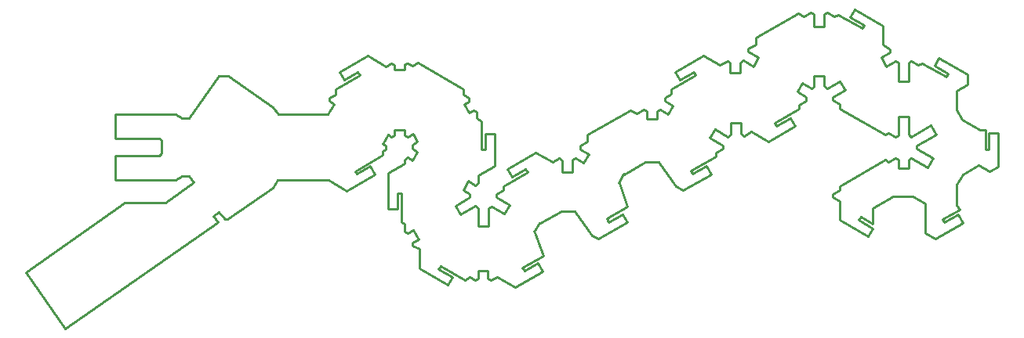
<source format=gbr>
G04 #@! TF.GenerationSoftware,KiCad,Pcbnew,(5.1.10)-1*
G04 #@! TF.CreationDate,2021-06-26T09:27:45-04:00*
G04 #@! TF.ProjectId,Main,4d61696e-2e6b-4696-9361-645f70636258,5*
G04 #@! TF.SameCoordinates,Original*
G04 #@! TF.FileFunction,Profile,NP*
%FSLAX46Y46*%
G04 Gerber Fmt 4.6, Leading zero omitted, Abs format (unit mm)*
G04 Created by KiCad (PCBNEW (5.1.10)-1) date 2021-06-26 09:27:45*
%MOMM*%
%LPD*%
G01*
G04 APERTURE LIST*
G04 #@! TA.AperFunction,Profile*
%ADD10C,0.250000*%
G04 #@! TD*
G04 APERTURE END LIST*
D10*
X122910000Y-98430495D02*
X122910000Y-97894226D01*
X122270000Y-98800000D02*
X122910000Y-98430495D01*
X122270000Y-99158231D02*
X122270000Y-98800000D01*
X122784974Y-99455551D02*
X122270000Y-99158231D01*
X122124226Y-100600000D02*
X122784974Y-99455551D01*
X132000000Y-115173046D02*
X132000000Y-117283811D01*
X131210000Y-114804663D02*
X132000000Y-115173046D01*
X131210000Y-114476824D02*
X131210000Y-114804663D01*
X131881182Y-114089317D02*
X131210000Y-114476824D01*
X131299724Y-113082202D02*
X131881182Y-114089317D01*
X130683205Y-113438149D02*
X131299724Y-113082202D01*
X130360000Y-113251546D02*
X130683205Y-113438149D01*
X130360000Y-112423619D02*
X130360000Y-113251546D01*
X130006883Y-112219747D02*
X130360000Y-112423619D01*
X177360000Y-109955692D02*
X177360000Y-112005773D01*
X176650000Y-109545773D02*
X177360000Y-109955692D01*
X176650000Y-109204144D02*
X176650000Y-109545773D01*
X177350000Y-108800000D02*
X176650000Y-109204144D01*
X177350000Y-108350000D02*
X177350000Y-108800000D01*
X158800599Y-100556867D02*
X159350456Y-99604486D01*
X149390000Y-104355773D02*
X150262409Y-104859458D01*
X164000000Y-104748786D02*
X164000000Y-105121961D01*
X164760000Y-104310000D02*
X164000000Y-104748786D01*
X164760000Y-103919835D02*
X164760000Y-104310000D01*
X163339116Y-103099488D02*
X164760000Y-103919835D01*
X165590000Y-102818858D02*
X165285877Y-102994443D01*
X165590000Y-101510000D02*
X165590000Y-102818858D01*
X167013614Y-102945555D02*
X166710000Y-102734335D01*
X167829323Y-102474605D02*
X167013614Y-102945555D01*
X169634833Y-103517017D02*
X167829323Y-102474605D01*
X172990000Y-99531465D02*
X172990000Y-99958149D01*
X173730000Y-99104226D02*
X172990000Y-99531465D01*
X173730000Y-98678480D02*
X173730000Y-99104226D01*
X172784274Y-98132465D02*
X173730000Y-98678480D01*
X174600000Y-97599998D02*
X174352415Y-97742941D01*
X175700000Y-97555245D02*
X175700000Y-96400000D01*
X176056817Y-97761253D02*
X175700000Y-97555245D01*
X176580000Y-99039667D02*
X176580000Y-98711547D01*
X177360000Y-99490000D02*
X176580000Y-99039667D01*
X177360000Y-99970132D02*
X177360000Y-99490000D01*
X182641260Y-102573486D02*
X182255203Y-102796376D01*
X183369669Y-102994034D02*
X182641260Y-102573486D01*
X183710000Y-102835336D02*
X183369669Y-102994034D01*
X185110773Y-103017493D02*
X184790000Y-102794338D01*
X185660000Y-104326541D02*
X185660000Y-104003094D01*
X187444526Y-105356837D02*
X185660000Y-104326541D01*
X185097223Y-105292623D02*
X186885506Y-106325088D01*
X184800000Y-105464226D02*
X185097223Y-105292623D01*
X184800000Y-106390000D02*
X184800000Y-105464226D01*
X183690000Y-105473203D02*
X183690000Y-106390000D01*
X183353702Y-105316385D02*
X183690000Y-105473203D01*
X182629176Y-105734690D02*
X183353702Y-105316385D01*
X182254511Y-105518378D02*
X182629176Y-105734690D01*
X185862381Y-95260160D02*
X186251891Y-95035277D01*
X185098563Y-94819170D02*
X185862381Y-95260160D01*
X184800000Y-94991546D02*
X185098563Y-94819170D01*
X183384968Y-94801318D02*
X183710000Y-94988975D01*
X182398857Y-95370650D02*
X183384968Y-94801318D01*
X182820000Y-93870000D02*
X181854342Y-94427522D01*
X182820000Y-93516106D02*
X182820000Y-93870000D01*
X182041025Y-93066365D02*
X182820000Y-93516106D01*
X182041025Y-90980400D02*
X182041025Y-93066365D01*
X176768720Y-90026500D02*
X177184210Y-89786616D01*
X176035216Y-89603011D02*
X176768720Y-90026500D01*
X175700000Y-89759326D02*
X176035216Y-89603011D01*
X175700000Y-91100000D02*
X175700000Y-89759326D01*
X174620000Y-89748541D02*
X174620000Y-91100000D01*
X174267523Y-89584178D02*
X174620000Y-89748541D01*
X173511759Y-90020519D02*
X174267523Y-89584178D01*
X172879967Y-89655754D02*
X173511759Y-90020519D01*
X168310000Y-93028120D02*
X168310000Y-92294226D01*
X167510000Y-93490000D02*
X168310000Y-93028120D01*
X167510000Y-93828005D02*
X167510000Y-93490000D01*
X168559297Y-94433817D02*
X167510000Y-93828005D01*
X166979544Y-94769737D02*
X168018902Y-95369810D01*
X166660000Y-94954226D02*
X166979544Y-94769737D01*
X166660000Y-96090000D02*
X166660000Y-94954226D01*
X165560000Y-94988976D02*
X165560000Y-96090000D01*
X165252023Y-94811165D02*
X165560000Y-94988976D01*
X164450656Y-95273835D02*
X165252023Y-94811165D01*
X162676135Y-94249315D02*
X164450656Y-95273835D01*
X159190000Y-98355855D02*
X159190000Y-97874225D01*
X158480000Y-98765773D02*
X159190000Y-98355855D01*
X158480000Y-99101929D02*
X158480000Y-98765773D01*
X159350456Y-99604486D02*
X158480000Y-99101929D01*
X157950330Y-100065964D02*
X158800599Y-100556867D01*
X157620000Y-100220000D02*
X157950330Y-100065964D01*
X157620000Y-101110000D02*
X157620000Y-100220000D01*
X156510000Y-100238540D02*
X156510000Y-101110000D01*
X156172637Y-100081225D02*
X156510000Y-100238540D01*
X155439009Y-100504786D02*
X156172637Y-100081225D01*
X154764897Y-100115587D02*
X155439009Y-100504786D01*
X150150000Y-102780000D02*
X150150000Y-103551214D01*
X149390000Y-103990000D02*
X150150000Y-103551214D01*
X149390000Y-104355773D02*
X149390000Y-103990000D01*
X148812224Y-105315510D02*
X149702386Y-105829445D01*
X148530000Y-105478452D02*
X148812224Y-105315510D01*
X148530000Y-106830000D02*
X148530000Y-105478452D01*
X147440000Y-105537843D02*
X147440000Y-106830000D01*
X147101043Y-105342146D02*
X147440000Y-105537843D01*
X146361714Y-105768998D02*
X147101043Y-105342146D01*
X144517552Y-104704271D02*
X146361714Y-105768998D01*
X140336760Y-118172353D02*
X142290491Y-119300341D01*
X139698554Y-118540822D02*
X140336760Y-118172353D01*
X139400000Y-118368452D02*
X139698554Y-118540822D01*
X139400000Y-117470000D02*
X139400000Y-118368452D01*
X138330000Y-118313689D02*
X138330000Y-117470000D01*
X137983457Y-118513764D02*
X138330000Y-118313689D01*
X137431146Y-118194888D02*
X137983457Y-118513764D01*
X136901376Y-118500752D02*
X137431146Y-118194888D01*
X141070100Y-108761155D02*
X141033928Y-108347715D01*
X140300000Y-109205773D02*
X141070100Y-108761155D01*
X140300000Y-109571706D02*
X140300000Y-109205773D01*
X141725683Y-110394825D02*
X140300000Y-109571706D01*
X141171400Y-111354872D02*
X141725683Y-110394825D01*
X139775443Y-110548916D02*
X141171400Y-111354872D01*
X139450000Y-110700673D02*
X139775443Y-110548916D01*
X139450000Y-112710000D02*
X139450000Y-110700673D01*
X138340000Y-112710000D02*
X139450000Y-112710000D01*
X138340000Y-110710522D02*
X138340000Y-112710000D01*
X138013074Y-110521771D02*
X138340000Y-110710522D01*
X136418366Y-111442476D02*
X138013074Y-110521771D01*
X135874128Y-110499829D02*
X136418366Y-111442476D01*
X137450000Y-109590000D02*
X135874128Y-110499829D01*
X137450000Y-109217236D02*
X137450000Y-109590000D01*
X136702468Y-108785648D02*
X137450000Y-109217236D01*
X137265624Y-107810234D02*
X136702468Y-108785648D01*
X138010455Y-108240262D02*
X137265624Y-107810234D01*
X138330000Y-108055773D02*
X138010455Y-108240262D01*
X138330000Y-107203782D02*
X138330000Y-108055773D01*
X140100000Y-106181873D02*
X138330000Y-107203782D01*
X131250000Y-104300000D02*
X131780557Y-104606317D01*
X128390000Y-103995773D02*
X128007227Y-103774779D01*
X130350000Y-105894226D02*
X128590000Y-106910362D01*
X130350000Y-105466286D02*
X130350000Y-105894226D01*
X130703844Y-105261994D02*
X130350000Y-105466286D01*
X131227463Y-105564305D02*
X130703844Y-105261994D01*
X131250000Y-103864426D02*
X131250000Y-104300000D01*
X131276057Y-102723175D02*
X131763719Y-103567830D01*
X130390000Y-102871546D02*
X130704536Y-103053143D01*
X130390000Y-102230000D02*
X130390000Y-102871546D01*
X129280000Y-102861009D02*
X129280000Y-102230000D01*
X128977839Y-103035461D02*
X129280000Y-102861009D01*
X128570014Y-102800004D02*
X128977839Y-103035461D01*
X128007227Y-103774779D02*
X128570014Y-102800004D01*
X128390000Y-104344833D02*
X128390000Y-103995773D01*
X127990000Y-104575773D02*
X128390000Y-104344833D01*
X127990000Y-105010000D02*
X127990000Y-104575773D01*
X138160000Y-101000000D02*
X138693834Y-101308209D01*
X138160000Y-100334749D02*
X138160000Y-101000000D01*
X137837477Y-100148540D02*
X138160000Y-100334749D01*
X137365016Y-100421316D02*
X137837477Y-100148540D01*
X136808756Y-99457846D02*
X137365016Y-100421316D01*
X137290000Y-99180000D02*
X136808756Y-99457846D01*
X137290000Y-98820636D02*
X137290000Y-99180000D01*
X136710000Y-98485773D02*
X137290000Y-98820636D01*
X136710000Y-97839149D02*
X136710000Y-98485773D01*
X131243458Y-95347991D02*
X131819323Y-95015515D01*
X130715862Y-95043384D02*
X131243458Y-95347991D01*
X130390000Y-95195336D02*
X130715862Y-95043384D01*
X130390000Y-95740000D02*
X130390000Y-95195336D01*
X129270000Y-95740000D02*
X130390000Y-95740000D01*
X129270000Y-95214748D02*
X129270000Y-95740000D01*
X128958101Y-95034674D02*
X129270000Y-95214748D01*
X128373597Y-95372137D02*
X128958101Y-95034674D01*
X126423596Y-94246303D02*
X128373597Y-95372137D01*
X183690000Y-106390000D02*
X184800000Y-106390000D01*
X165560000Y-96090000D02*
X166660000Y-96090000D01*
X153489296Y-107993815D02*
X153542534Y-108024551D01*
X154040575Y-107038973D02*
X153489296Y-107993815D01*
X154110853Y-107071745D02*
X154040575Y-107038973D01*
X144935779Y-112312689D02*
X145043463Y-112362902D01*
X144361505Y-113307360D02*
X144935779Y-112312689D01*
X144464228Y-113366667D02*
X144361505Y-113307360D01*
X131780557Y-104606317D02*
X131227463Y-105564305D01*
X131763719Y-103567830D02*
X131250000Y-103864426D01*
X130704536Y-103053143D02*
X131276057Y-102723175D01*
X129280000Y-102230000D02*
X130390000Y-102230000D01*
X110994452Y-111936111D02*
X111242635Y-111936111D01*
X109689455Y-111595515D02*
X110235729Y-112246539D01*
X110331456Y-111145982D02*
X109689455Y-111595515D01*
X110331456Y-111145982D02*
X110994452Y-111936111D01*
X107078390Y-107300000D02*
X107647754Y-107978541D01*
X100191407Y-110150000D02*
X89454537Y-117668036D01*
X104546589Y-110150000D02*
X100191407Y-110150000D01*
X107647754Y-107978541D02*
X104546589Y-110150000D01*
X186600000Y-110251851D02*
X186600000Y-113419999D01*
X185280435Y-109490000D02*
X186600000Y-110251851D01*
X180953193Y-112439163D02*
X179618454Y-111668551D01*
X180953193Y-110757912D02*
X180953193Y-112439163D01*
X183149282Y-109490000D02*
X180953193Y-110757912D01*
X183149282Y-109490000D02*
X185280435Y-109490000D01*
X128590000Y-106910362D02*
X128590000Y-110850000D01*
X127990000Y-105010000D02*
X125016716Y-106726625D01*
X126686909Y-106191448D02*
X125202526Y-107048457D01*
X125202526Y-107048457D02*
X125016716Y-106726625D01*
X129602198Y-110850000D02*
X129602198Y-109130288D01*
X130006883Y-112219747D02*
X130006883Y-109130288D01*
X129602198Y-109130288D02*
X130006883Y-109130288D01*
X136901376Y-118500752D02*
X134247063Y-116968284D01*
X134044724Y-117318743D02*
X134247063Y-116968284D01*
X135538324Y-118181073D02*
X134044724Y-117318743D01*
X180892198Y-112897537D02*
X179404724Y-112038743D01*
X179404724Y-112038743D02*
X179618454Y-111668551D01*
X145377896Y-115876949D02*
X143116914Y-117182328D01*
X143322525Y-117538457D02*
X143116914Y-117182328D01*
X144807689Y-116680997D02*
X143322525Y-117538457D01*
X152422525Y-112238457D02*
X152210084Y-111870499D01*
X153907689Y-111380997D02*
X152422525Y-112238457D01*
X154467892Y-110566953D02*
X152210084Y-111870499D01*
X161472525Y-107048457D02*
X161270196Y-106698013D01*
X164000000Y-105121961D02*
X161270196Y-106698013D01*
X162960479Y-106189386D02*
X161472525Y-107048457D01*
X172032981Y-100977941D02*
X170542525Y-101838457D01*
X170542525Y-101838457D02*
X170340196Y-101488013D01*
X172990000Y-99958149D02*
X170340196Y-101488013D01*
X190287913Y-110881168D02*
X188455168Y-111939303D01*
X190151372Y-111438870D02*
X188662524Y-112298456D01*
X188662524Y-112298456D02*
X188455168Y-111939303D01*
X139098520Y-102650000D02*
X139098520Y-104367752D01*
X138693834Y-101308209D02*
X138693834Y-104367752D01*
X139098520Y-104367752D02*
X138693834Y-104367752D01*
X193080000Y-102250000D02*
X193080000Y-104357752D01*
X193498520Y-104357752D02*
X193080000Y-104357752D01*
X193498520Y-102637436D02*
X193498520Y-104357752D01*
X186251891Y-95035277D02*
X188874824Y-96549628D01*
X189077170Y-96199154D02*
X188874824Y-96549628D01*
X187588142Y-95339464D02*
X189077170Y-96199154D01*
X180007170Y-90949154D02*
X179804824Y-91299629D01*
X178514392Y-90087298D02*
X180007170Y-90949154D01*
X177184210Y-89786616D02*
X179804824Y-91299629D01*
X160121301Y-96869213D02*
X161608315Y-96010686D01*
X161608315Y-96010686D02*
X161810672Y-96361179D01*
X159190000Y-97874225D02*
X161810672Y-96361179D01*
X141969135Y-107340464D02*
X143458315Y-106480686D01*
X143458315Y-106480686D02*
X143660666Y-106831168D01*
X141033928Y-108347715D02*
X143660666Y-106831168D01*
X123841330Y-96889197D02*
X125328315Y-96030686D01*
X125328315Y-96030686D02*
X125530672Y-96381181D01*
X107078390Y-107300000D02*
X106350000Y-107300000D01*
X106350000Y-107300000D02*
X105657178Y-107700000D01*
X105657178Y-107700000D02*
X99150000Y-107700000D01*
X105647178Y-100600000D02*
X99140000Y-100600000D01*
X106340000Y-101000000D02*
X105647178Y-100600000D01*
X107129045Y-101000000D02*
X106340000Y-101000000D01*
X193533236Y-106787589D02*
X192353208Y-106106300D01*
X190001621Y-108194551D02*
X190001621Y-110385296D01*
X190001621Y-110385296D02*
X190287913Y-110881168D01*
X192353208Y-106106300D02*
X190634305Y-107098708D01*
X190634305Y-107098708D02*
X190001621Y-108194551D01*
X194513208Y-106221803D02*
X193533236Y-106787589D01*
X192509898Y-102250000D02*
X193080000Y-102250000D01*
X190612724Y-101154666D02*
X192509898Y-102250000D01*
X189980000Y-100058756D02*
X190612724Y-101154666D01*
X189980000Y-98073952D02*
X189980000Y-100058756D01*
X191160000Y-97392679D02*
X189980000Y-98073952D01*
X191160000Y-96260399D02*
X191160000Y-97392679D01*
X186600000Y-113419999D02*
X187666139Y-114035534D01*
X150602938Y-113691987D02*
X151263754Y-114073510D01*
X148767002Y-111070000D02*
X150602938Y-113691987D01*
X144464228Y-113366667D02*
X145377896Y-115876949D01*
X159692938Y-108381987D02*
X160437094Y-108811626D01*
X157850000Y-105750000D02*
X159692938Y-108381987D01*
X153542534Y-108024551D02*
X154467892Y-110566953D01*
X156400182Y-105750000D02*
X157850000Y-105750000D01*
X154110853Y-107071745D02*
X156400182Y-105750000D01*
X147282836Y-111070000D02*
X148767002Y-111070000D01*
X145043463Y-112362902D02*
X147282836Y-111070000D01*
X122910000Y-97894226D02*
X125530672Y-96381181D01*
X93744069Y-123794124D02*
X89454537Y-117668036D01*
X110235729Y-112246539D02*
X93744069Y-123794124D01*
X110350000Y-96400000D02*
X107129045Y-101000000D01*
X111312690Y-96400000D02*
X110350000Y-96400000D01*
X116180202Y-99786244D02*
X111312690Y-96400000D01*
X116750000Y-100600000D02*
X116180202Y-99786244D01*
X99140000Y-103180000D02*
X99140000Y-100600000D01*
X116137320Y-108508815D02*
X111242635Y-111936111D01*
X116700000Y-107700000D02*
X116137320Y-108508815D01*
X103870000Y-105080000D02*
X104100000Y-104850000D01*
X131819323Y-95015515D02*
X136710000Y-97839149D01*
X150150000Y-102780000D02*
X154764897Y-100115587D01*
X168310000Y-92294226D02*
X172879967Y-89655754D01*
X163465096Y-107063409D02*
X162960479Y-106189386D01*
X160437094Y-108811626D02*
X163465096Y-107063409D01*
X154412598Y-112255525D02*
X153907689Y-111380997D01*
X151263754Y-114073510D02*
X154412598Y-112255525D01*
X122150000Y-107700000D02*
X124109420Y-108831272D01*
X126423596Y-94246303D02*
X123342490Y-96025180D01*
X141464734Y-106466815D02*
X141969135Y-107340464D01*
X144517552Y-104704271D02*
X141464734Y-106466815D01*
X162676135Y-94249315D02*
X159625560Y-96010565D01*
X159625560Y-96010565D02*
X160121301Y-96869213D01*
X182041025Y-90980400D02*
X179009326Y-89230047D01*
X179009326Y-89230047D02*
X178514392Y-90087298D01*
X191160000Y-96260399D02*
X188082330Y-94483505D01*
X188082330Y-94483505D02*
X187588142Y-95339464D01*
X194513208Y-106221803D02*
X194513208Y-102637436D01*
X194513208Y-102637436D02*
X193498520Y-102637436D01*
X190654453Y-112310231D02*
X190151372Y-111438870D01*
X187666139Y-114035534D02*
X190654453Y-112310231D01*
X180395293Y-113758201D02*
X180892198Y-112897537D01*
X177360000Y-112005773D02*
X180395293Y-113758201D01*
X169634833Y-103517017D02*
X172532896Y-101843819D01*
X172532896Y-101843819D02*
X172032981Y-100977941D01*
X145312599Y-117555526D02*
X144807689Y-116680997D01*
X142290491Y-119300341D02*
X145312599Y-117555526D01*
X132000000Y-117283811D02*
X135042269Y-119040266D01*
X135042269Y-119040266D02*
X135538324Y-118181073D01*
X127185614Y-107055230D02*
X126686909Y-106191448D01*
X124109420Y-108831272D02*
X127185614Y-107055230D01*
X123342490Y-96025180D02*
X123841330Y-96889197D01*
X128590000Y-110850000D02*
X129602198Y-110850000D01*
X179750000Y-101350000D02*
X177360000Y-99970132D01*
X139400000Y-117470000D02*
X138330000Y-117470000D01*
X163871292Y-102177732D02*
X163339116Y-103099488D01*
X165285877Y-102994443D02*
X163871292Y-102177732D01*
X166710000Y-101510000D02*
X165590000Y-101510000D01*
X166710000Y-102734335D02*
X166710000Y-101510000D01*
X147440000Y-106830000D02*
X148530000Y-106830000D01*
X149702386Y-105829445D02*
X150262409Y-104859458D01*
X156510000Y-101110000D02*
X157620000Y-101110000D01*
X173344979Y-97161297D02*
X172784274Y-98132465D01*
X174352415Y-97742941D02*
X173344979Y-97161297D01*
X168018902Y-95369810D02*
X168559297Y-94433817D01*
X174620000Y-91100000D02*
X175700000Y-91100000D01*
X175700000Y-96400000D02*
X174600000Y-96400000D01*
X174600000Y-96400000D02*
X174600000Y-97599998D01*
X177403657Y-96983655D02*
X176056817Y-97761253D01*
X177945942Y-97922919D02*
X177403657Y-96983655D01*
X176580000Y-98711547D02*
X177945942Y-97922919D01*
X184790000Y-100800000D02*
X183710000Y-100800000D01*
X184790000Y-102794338D02*
X184790000Y-100800000D01*
X183710000Y-100800000D02*
X183710000Y-102835336D01*
X187224979Y-101796856D02*
X185110773Y-103017493D01*
X187789063Y-102773878D02*
X187224979Y-101796856D01*
X185660000Y-104003094D02*
X187789063Y-102773878D01*
X184800000Y-97050000D02*
X184800000Y-94991546D01*
X183710000Y-97050000D02*
X184800000Y-97050000D01*
X183710000Y-94988975D02*
X183710000Y-97050000D01*
X181854342Y-94427522D02*
X182398857Y-95370650D01*
X186885506Y-106325088D02*
X187444526Y-105356837D01*
X116750000Y-100600000D02*
X122124226Y-100600000D01*
X103879998Y-103180000D02*
X99140000Y-103180000D01*
X104100000Y-103400000D02*
X103879998Y-103180000D01*
X104100000Y-104850000D02*
X104100000Y-103400000D01*
X99150000Y-105080000D02*
X103870000Y-105080000D01*
X99150000Y-107700000D02*
X99150000Y-105080000D01*
X122150000Y-107700000D02*
X116700000Y-107700000D01*
X182255203Y-102796376D02*
X179750041Y-101350021D01*
X177350000Y-108350000D02*
X182254511Y-105518378D01*
X140100000Y-106181873D02*
X140100000Y-102650000D01*
X140100000Y-102650000D02*
X139098520Y-102650000D01*
M02*

</source>
